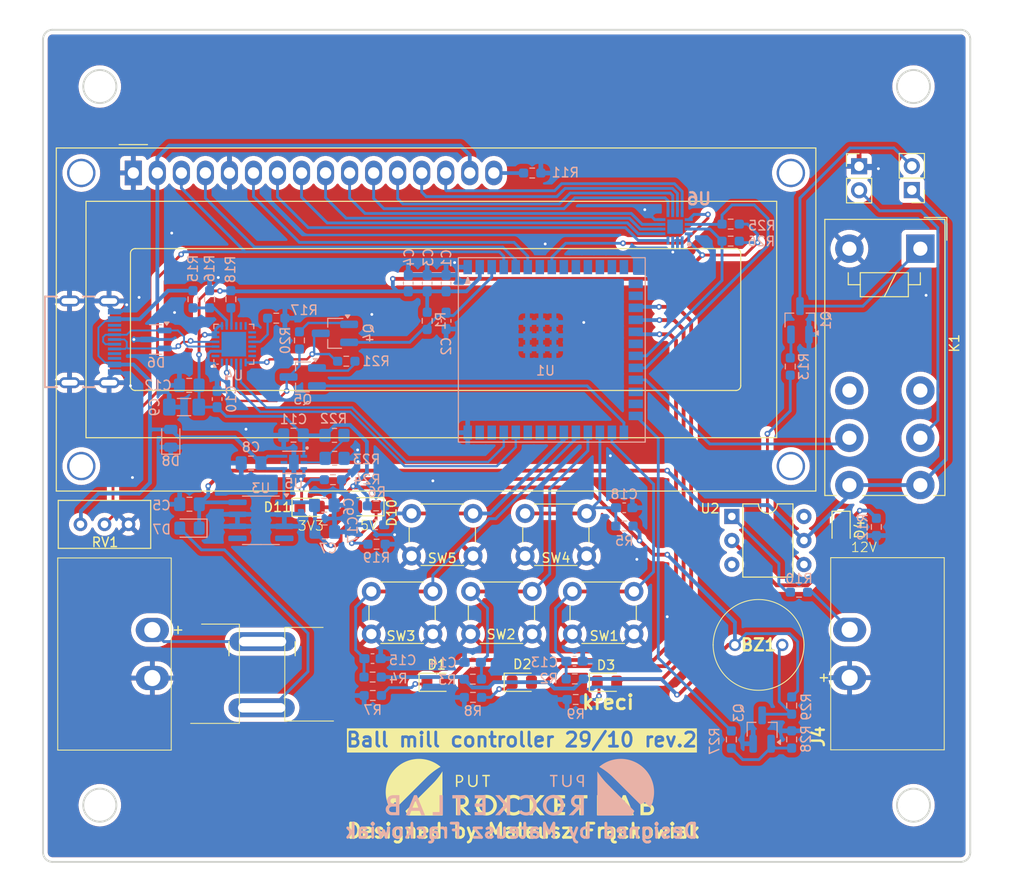
<source format=kicad_pcb>
(kicad_pcb (version 20240108) (generator "pcbnew") (generator_version "8.0")
  (layers (0 "F.Cu" signal) (31 "B.Cu" signal) (34 "B.Paste" user) (35 "F.Paste" user) (36 "B.SilkS" user "B.Silkscreen") (37 "F.SilkS" user "F.Silkscreen") (38 "B.Mask" user) (39 "F.Mask" user) (44 "Edge.Cuts" user))
  (net 0 "")
  (net 1 "GND")
  (net 2 "5V")
  (net 3 "DTR")
  (net 4 "Net-(D1-A)")
  (net 5 "Net-(D1-K)")
  (net 6 "Net-(D4-A)")
  (net 7 "Net-(D5-A)")
  (net 8 "Net-(BZ1-+)")
  (net 9 "Net-(D2-A)")
  (net 10 "12V")
  (net 11 "register")
  (net 12 "contrastAdjust")
  (net 13 "unlocking")
  (net 14 "out_4")
  (net 15 "out_5")
  (net 16 "out_3")
  (net 17 "out_7")
  (net 18 "Net-(DS1-LED(-))")
  (net 19 "out_1")
  (net 20 "out_6")
  (net 21 "out_2")
  (net 22 "Net-(D4-K)")
  (net 23 "Net-(D3-K)")
  (net 24 "Net-(D3-A)")
  (net 25 "Net-(J2-DP1)")
  (net 26 "Net-(J2-DN1)")
  (net 27 "Net-(D7-A)")
  (net 28 "Net-(J3-Pin_1)")
  (net 31 "Net-(Q4-B)")
  (net 32 "Net-(Q4-E)")
  (net 33 "RTS")
  (net 34 "buzzer")
  (net 35 "Net-(D2-K)")
  (net 36 "reset")
  (net 37 "+0.5")
  (net 38 "-0.5")
  (net 39 "enter")
  (net 40 "start{slash}stop")
  (net 41 "relay")
  (net 43 "out_0")
  (net 44 "Net-(U4-VBUS)")
  (net 45 "Net-(U4-~{SUSPENDb})")
  (net 46 "Net-(U4-~{RSTb})")
  (net 47 "UART_RX")
  (net 48 "Net-(J4-Pin_2)")
  (net 49 "UART_TX")
  (net 51 "Net-(Q1-B)")
  (net 52 "3.3V")
  (net 54 "Net-(Q3-G)")
  (net 69 "Net-(R13-Pad1)")
  (net 71 "SCL")
  (net 74 "SDA")
  (net 77 "Net-(Q5-B)")
  (net 78 "Net-(Q5-E)")
  (net 79 "Net-(R10-Pad2)")
  (net 80 "Net-(U5-FB)")
  (net 89 "Net-(LA1-+)")
  (net 90 "Net-(D10-K)")
  (net 91 "Net-(D11-K)")
  (net 94 "INT")
  (net 95 "unconnected-(U1-IO3-Pad15)")
  (footprint "Button_Switch_THT:SW_PUSH_6mm" (layer "F.Cu") (at 151.85 127.9 180)
    (property "Reference" "SW1")
    (property "Value" "SW_Push")
  )
  (footprint "LED_SMD:LED_0805_2012Metric_Pad1.15x1.40mm_HandSolder" (layer "F.Cu") (at 117.575 114.5)
    (property "Reference" "D11")
    (property "Value" "LED")
  )
  (footprint "MountingHole:MountingHole_3.2mm_M3" (layer "F.Cu") (at 95.4 70)
    (property "Reference" "H1" (hide yes))
    (property "Value" "MountingHole")
  )
  (footprint "LED_SMD:LED_0805_2012Metric_Pad1.15x1.40mm_HandSolder" (layer "F.Cu") (at 140 133)
    (property "Reference" "D2")
    (property "Value" "LED")
  )
  (footprint "PUT_RocketLab_other:CMI9605IC0580T" (layer "F.Cu") (at 162.525 129.05)
    (property "Reference" "BZ1")
    (property "Value" "Buzzer" (hide yes))
  )
  (footprint "MountingHole:MountingHole_3.2mm_M3" (layer "F.Cu") (at 181.4 70)
    (property "Reference" "H2")
    (property "Value" "MountingHole")
  )
  (footprint "MountingHole:MountingHole_3.2mm_M3" (layer "F.Cu") (at 95.4 146)
    (property "Reference" "H3" (hide yes))
    (property "Value" "MountingHole")
  )
  (footprint "Button_Switch_THT:SW_PUSH_6mm" (layer "F.Cu") (at 130.6 127.9 180)
    (property "Reference" "SW3")
    (property "Value" "SW_Push")
  )
  (footprint "PUT_RocketLab_other:XY2500R-DS(5.08)-02P" (layer "F.Cu") (at 100.95 130.015 -90)
    (property "Reference" "J3" (hide yes))
    (property "Value" "Conn_01x02" (hide yes))
  )
  (footprint "PUT_RocketLab_other:PinHeader_1x02_P2.54mm_Vertical_led_relayboard_lpbox" (layer "F.Cu") (at 181.225 80.95 180)
    (property "Reference" "D5" (hide yes))
    (property "Value" "D")
  )
  (footprint "Button_Switch_THT:SW_PUSH_6mm" (layer "F.Cu") (at 146.85 119.65 180)
    (property "Reference" "SW4")
    (property "Value" "SW_Push")
  )
  (footprint "LED_SMD:LED_0805_2012Metric_Pad1.15x1.40mm_HandSolder" (layer "F.Cu") (at 123.575 114.44 180)
    (property "Reference" "D10")
    (property "Value" "LED")
  )
  (footprint "Button_Switch_THT:SW_PUSH_6mm" (layer "F.Cu") (at 134.85 119.65 180)
    (property "Reference" "SW5")
    (property "Value" "SW_Push")
  )
  (footprint "Relay_THT:Relay_DPDT_Finder_40.52" (layer "F.Cu") (at 182.125 87.15 -90)
    (property "Reference" "K1")
    (property "Value" "RM84")
  )
  (footprint "LED_SMD:LED_0805_2012Metric_Pad1.15x1.40mm_HandSolder" (layer "F.Cu") (at 131 133)
    (property "Reference" "D1")
    (property "Value" "LED")
  )
  (footprint "PUT_RocketLab_other:PinHeader_1x02_P2.54mm_Vertical_led_relayboard_lpbox" (layer "F.Cu") (at 175.65 78.435)
    (property "Reference" "LA1" (hide yes))
    (property "Value" "Lamp")
  )
  (footprint "Display:WC1602A" (layer "F.Cu") (at 98.94 79.140368)
    (property "Reference" "DS1" (hide yes))
    (property "Value" "WC1602A")
  )
  (footprint "PUT_RocketLab_other:XY2500R-DS(5.08)-02P" (layer "F.Cu") (at 174.65 129.985 90)
    (property "Reference" "J4")
    (property "Value" "Conn_01x02" (hide yes))
  )
  (footprint "Button_Switch_THT:SW_PUSH_6mm" (layer "F.Cu") (at 141.1 127.9 180)
    (property "Reference" "SW2")
    (property "Value" "SW_Push")
  )
  (footprint "LED_SMD:LED_0805_2012Metric_Pad1.15x1.40mm_HandSolder" (layer "F.Cu") (at 173.75 116.775 -90)
    (property "Reference" "D4")
    (property "Value" "LED")
  )
  (footprint "LED_SMD:LED_0805_2012Metric_Pad1.15x1.40mm_HandSolder" (layer "F.Cu") (at 149 133)
    (property "Reference" "D3")
    (property "Value" "LED")
  )
  (footprint "Potentiometer_THT:Potentiometer_Bourns_3296W_Vertical" (layer "F.Cu") (at 98.43375 116.3)
    (property "Reference" "RV1")
    (property "Value" "R_Potentiometer")
  )
  (footprint "MountingHole:MountingHole_3.2mm_M3" (layer "F.Cu") (at 181.4 146)
    (property "Reference" "H4")
    (property "Value" "MountingHole")
  )
  (footprint "Package_DIP:DIP-6_W7.62mm" (layer "F.Cu") (at 162.2 115.47)
    (property "Reference" "U2")
    (property "Value" "4N35")
  )
  (footprint "PUT_RocketLab_graphics:PutRocketlab_logo_2_h6mm" (layer "F.Cu") (at 139.8 144.1)
    (property "Reference" "REF**" (hide yes))
    (property "Value" "LOGO" (hide yes))
  )
  (footprint "Button_Switch_THT:SW_PUSH_6mm" (layer "F.Cu") (at 108.6 129.4)
    (property "Reference" "SW6" (hide yes))
    (property "Value" "SW_Push" (hide yes))
  )
  (footprint "Capacitor_SMD:C_0603_1608Metric_Pad1.08x0.95mm_HandSolder" (layer "B.Cu") (at 132 90.8 -90)
    (property "Reference" "C1")
    (property "Value" "100nF")
  )
  (footprint "Package_TO_SOT_SMD:SOT-23_Handsoldering" (layer "B.Cu") (at 116.85 100.7125 180)
    (property "Reference" "Q5")
    (property "Value" "BC817")
  )
  (footprint "Capacitor_SMD:C_0805_2012Metric_Pad1.18x1.45mm_HandSolder" (layer "B.Cu") (at 104.875 114.175 180)
    (property "Reference" "C5")
    (property "Value" "1uF")
  )
  (footprint "Resistor_SMD:R_0603_1608Metric_Pad0.98x0.95mm_HandSolder" (layer "B.Cu") (at 114.05 94.5)
    (property "Reference" "R17")
    (property "Value" "10K(NC)")
  )
  (footprint "Capacitor_SMD:C_0805_2012Metric_Pad1.18x1.45mm_HandSolder" (layer "B.Cu") (at 111.3825 109.82 180)
    (property "Reference" "C8")
    (property "Value" "1uF")
  )
  (footprint "Resistor_SMD:R_0603_1608Metric_Pad0.98x0.95mm_HandSolder" (layer "B.Cu") (at 177.475 116.575 -90)
    (property "Reference" "R12")
    (property "Value" "2k")
  )
  (footprint "Capacitor_SMD:C_0603_1608Metric_Pad1.08x0.95mm_HandSolder" (layer "B.Cu") (at 134.8125 130.9)
    (property "Reference" "C14")
    (property "Value" "10nF")
  )
  (footprint "Capacitor_SMD:C_0805_2012Metric_Pad1.18x1.45mm_HandSolder" (layer "B.Cu") (at 119.125 114.275)
    (property "Reference" "C6")
    (property "Value" "1uF")
  )
  (footprint "PUT_RocketLab_other:GCT_USB4105-GF-A" (layer "B.Cu") (at 92.2 97 90)
    (property "Reference" "J2" (hide yes))
    (property "Value" "USB4105-GF-A")
  )
  (footprint "Resistor_SMD:R_0603_1608Metric_Pad0.98x0.95mm_HandSolder" (layer "B.Cu") (at 134.825 132.675)
    (property "Reference" "R3")
    (property "Value" "10k")
  )
  (footprint "Resistor_SMD:R_0603_1608Metric_Pad0.98x0.95mm_HandSolder" (layer "B.Cu") (at 162.15 139.0625 90)
    (property "Reference" "R27")
    (property "Value" "100R")
  )
  (footprint "Capacitor_SMD:C_0603_1608Metric_Pad1.08x0.95mm_HandSolder" (layer "B.Cu") (at 124.6 116.35)
    (property "Reference" "C17")
    (property "Value" "10nF")
  )
  (footprint "Resistor_SMD:R_0603_1608Metric_Pad0.98x0.95mm_HandSolder" (layer "B.Cu") (at 168.525 135.4625 -90)
    (property "Reference" "R29")
    (property "Value" "560R")
  )
  (footprint "Resistor_SMD:R_0603_1608Metric_Pad0.98x0.95mm_HandSolder" (layer "B.Cu") (at 116.5 96.85 90)
    (property "Reference" "R20")
    (property "Value" "10k")
  )
  (footprint "Resistor_SMD:R_0603_1608Metric_Pad0.98x0.95mm_HandSolder" (layer "B.Cu") (at 107 92.5 90)
    (property "Reference" "R16")
    (property "Value" "47.5K")
  )
  (footprint "Resistor_SMD:R_0603_1608Metric_Pad0.98x0.95mm_HandSolder" (layer "B.Cu") (at 109.25 92.5 90)
    (property "Reference" "R18")
    (property "Value" "1K")
  )
  (footprint "Capacitor_SMD:C_1206_3216Metric_Pad1.33x1.80mm_HandSolder" (layer "B.Cu") (at 104.3 103.9 180)
    (property "Reference" "C9")
    (property "Value" "10uF")
  )
  (footprint "PUT_RocketLab_graphics:PutRocketlab_logo_2_h6mm" (layer "B.Cu") (at 139.8 144.1 180)
    (property "Reference" "REF**" (hide yes))
    (property "Value" "LOGO" (hide yes))
  )
  (footprint "Resistor_SMD:R_0603_1608Metric_Pad0.98x0.95mm_HandSolder" (layer "B.Cu") (at 120.0425 111.58)
    (property "Reference" "R24")
    (property "Value" "1k")
  )
  (footprint "Package_TO_SOT_SMD:SOT-23_Handsoldering" (layer "B.Cu") (at 169.4 94.725 90)
    (property "Reference" "Q1")
    (property "Value" "BC817")
  )
  (footprint "Capacitor_SMD:C_0603_1608Metric_Pad1.08x0.95mm_HandSolder" (layer "B.Cu") (at 128 90.8 90)
    (property "Reference" "C4")
    (property "Value" "4.7uF")
  )
  (footprint "PUT_RocketLab_IC:ESP32-S3-WROOM-1" (layer "B.Cu") (at 142.54375 97.85 -90)
    (property "Reference" "U1")
    (property "Value" "ESP32-S3-WROOM-1")
  )
  (footprint "Resistor_SMD:R_0603_1608Metric_Pad0.98x0.95mm_HandSolder" (layer "B.Cu") (at 141.1 79.15)
    (property "Reference" "R11")
    (property "Value" "47R")
  )
  (footprint "Package_TO_SOT_SMD:SOT-23" (layer "B.Cu") (at 101.3125 96.75 180)
    (property "Reference" "D6")
    (property "Value" "SP0502BAHT")
  )
  (footprint "Capacitor_SMD:C_0805_2012Metric_Pad1.18x1.45mm_HandSolder" (layer "B.Cu") (at 115.87 106.87 180)
    (property "Reference" "C11")
    (property "Value" "1uF")
  )
  (footprint "Resistor_SMD:R_0603_1608Metric_Pad0.98x0.95mm_HandSolder" (layer "B.Cu") (at 124.6 114.35)
    (property "Reference" "R6")
    (property "Value" "10k")
  )
  (footprint "Resistor_SMD:R_0603_1608Metric_Pad0.98x0.95mm_HandSolder" (layer "B.Cu") (at 121.45 99.05)
    (property "Reference" "R21")
    (property "Value" "10k")
  )
  (footprint "Resistor_SMD:R_0603_1608Metric_Pad0.98x0.95mm_HandSolder" (layer "B.Cu") (at 124.2375 132.45 180)
    (property "Reference" "R4")
    (property "Value" "10k")
  )
  (footprint "PUT_RocketLab_IC:QFN50P300X300X100-17N-D" (layer "B.Cu") (at 156.2 84.825 90)
    (property "Reference" "U6")
    (property "Value" "PCF8574" (hide yes))
  )
  (footprint "Capacitor_SMD:C_0603_1608Metric_Pad1.08x0.95mm_HandSolder" (layer "B.Cu") (at 145.575 130.775 180)
    (property "Reference" "C13")
    (property "Value" "10nF")
  )
  (footprint "Package_TO_SOT_SMD:SOT-23_Handsoldering" (layer "B.Cu") (at 120.25 96.1 180)
    (property "Reference" "Q4")
    (property "Value" "BC817")
  )
  (footprint "Resistor_SMD:R_0603_1608Metric_Pad0.98x0.95mm_HandSolder" (layer "B.Cu") (at 169.3 123.475 180)
    (property "Reference" "R10")
    (property "Value" "240R")
  )
  (footprint "Resistor_SMD:R_0603_1608Metric_Pad0.98x0.95mm_HandSolder" (layer "B.Cu") (at 145.6 132.65 180)
    (property "Reference" "R2")
    (property "Value" "10k")
  )
  (footprint "Capacitor_SMD:C_0603_1608Metric_Pad1.08x0.95mm_HandSolder" (layer "B.Cu") (at 150.825 114.55 180)
    (property "Reference" "C18")
    (property "Value" "10nF")
  )
  (footprint "Resistor_SMD:R_0603_1608Metric_Pad0.98x0.95mm_HandSolder" (layer "B.Cu") (at 134.8375 134.6 180)
    (property "Reference" "R8")
    (property "Value" "2k")
  )
  (footprint "Resistor_SMD:R_0805_2012Metric_Pad1.20x1.40mm_HandSolder" (layer "B.Cu") (at 120.2 106.89)
    (property "Reference" "R22")
    (property "Value" "100k")
  )
  (footprint "Capacitor_SMD:C_0603_1608Metric_Pad1.08x0.95mm_HandSolder" (layer "B.Cu") (at 132 94.7825 90)
    (property "Reference" "C2")
    (property "Value" "100nF")
  )
  (footprint "Resistor_SMD:R_0603_1608Metric_Pad0.98x0.95mm_HandSolder" (layer "B.Cu") (at 168.375 99.6125 90)
    (property "Reference" "R13")
    (property "Value" "1k")
  )
  (footprint "Resistor_SMD:R_0603_1608Metric_Pad0.98x0.95mm_HandSolder" (layer "B.Cu") (at 105.25 92.5 -90)
    (property "Reference" "R15")
    (property "Value" "22.1K")
  )
  (footprint "Resistor_SMD:R_0603_1608Metric_Pad0.98x0.95mm_HandSolder" (layer "B.Cu") (at 168.525 139.05 90)
    (property "Reference" "R28")
    (property "Value" "33K")
  )
  (footprint "Resistor_SMD:R_0603_1608Metric_Pad0.98x0.95mm_HandSolder" (layer "B.Cu") (at 162.075 84.55)
    (property "Reference" "R25")
    (property "Value" "10K")
  )
  (footprint "Capacitor_SMD:C_0805_2012Metric_Pad1.18x1.45mm_HandSolder" (layer "B.Cu") (at 119.175 117.1)
    (property "Reference" "C7")
    (property "Value" "100uF")
  )
  (footprint "Capacitor_SMD:C_0603_1608Metric_Pad1.08x0.95mm_HandSolder" (layer "B.Cu") (at 130 90.8 90)
    (property "Reference" "C3")
    (property "Value" "10uF")
  )
  (footprint "Resistor_SMD:R_0603_1608Metric_Pad0.98x0.95mm_HandSolder" (layer "B.Cu") (at 150.85 116.475 180)
    (property "Reference" "R5")
    (property "Value" "10k")
  )
  (footprint "Package_DFN_QFN:QFN-24-1EP_4x4mm_P0.5mm_EP2.6x2.6mm" (layer "B.Cu") (at 109.5625 97.25)
    (property "Reference" "U4")
    (property "Value" "CP2102N-A01-GQFN24")
  )
  (footprint "Resistor_SMD:R_0603_1608Metric_Pad0.98x0.95mm_HandSolder" (layer "B.Cu") (at 145.7 134.825 180)
    (property "Reference" "R9")
    (property "Value" "2k")
  )
  (footprint "PUT_RocketLab_IC:TLV75901PDRVT" (layer "B.Cu") (at 115.91 109.749999 180)
    (property "Reference" "U5")
    (property "Value" "TLV75901PDRVT" (hide yes))
  )
  (footprint "Capacitor_SMD:C_0805_2012Metric_Pad1.18x1.45mm_HandSolder" (layer "B.Cu") (at 104.85 101.6 180)
    (property "Reference" "C12")
    (property "Value" "10uF")
  )
  (footprint "Diode_SMD:D_0805_2012Metric" (layer "B.Cu") (at 102.9 107.199999 90)
    (property "Reference" "D8")
    (property "Value" "SD15_SOD323")
  )
  (footprint "Resistor_SMD:R_0603_1608Metric_Pad0.98x0.95mm_HandSolder" (layer "B.Cu") (at 162.075 86.35)
    (property "Reference" "R26")
    (property "Value" "10K")
  )
  (footprint "Resistor_SMD:R_0603_1608Metric_Pad0.98x0.95mm_HandSolder" (layer "B.Cu") (at 124.65 118.4)
    (property "Reference" "R19")
    (property "Value" "2k")
  )
  (footprint "Resistor_SMD:R_0603_1608Metric_Pad0.98x0.95mm_HandSolder" (layer "B.Cu") (at 130 94.7825 90)
    (property "Reference" "R1")
    (property "Value" "10K")
  )
  (footprint "Capacitor_SMD:C_0603_1608Metric_Pad1.08x0.95mm_HandSolder" (layer "B.Cu") (at 107.8 103.05 -90)
    (property "Reference" "C10")
    (property "Value" "1uF")
  )
  (footprint "Diode_SMD:D_0805_2012Metric_Pad1.15x1.40mm_HandSolder" (layer "B.Cu") (at 104.875 116.7 180)
    (property "Reference" "D7")
    (property "Value" "D")
  )
  (footprint "Package_SO:SOIC-8_3.9x4.9mm_P1.27mm" (layer "B.Cu") (at 112.425 115.875 180)
    (property "Reference" "U3")
    (property "Value" "LM78L05_SO8")
  )
  (footprint "Capacitor_SMD:C_0603_1608Metric_Pad1.08x0.95mm_HandSolder" (layer "B.Cu") (at 124.225 130.5 180)
    (property "Reference" "C15")
    (property "Value" "10nF")
  )
  (footprint "Resistor_SMD:R_0805_2012Metric_Pad1.20x1.40mm_HandSolder" (layer "B.Cu") (at 120.22 109.32)
    (property "Reference" "R23")
    (property "Value" "20k")
  )
  (footprint "Resistor_SMD:R_0603_1608Metric_Pad0.98x0.95mm_HandSolder" (layer "B.Cu") (at 124.25 134.4 180)
    (property "Reference" "R7")
    (property "Value" "2k")
  )
  (footprint "Package_TO_SOT_SMD:SOT-23_Handsoldering" (layer "B.Cu") (at 165.4 138 90)
    (property "Reference" "Q3")
    (property "Value" "Q_NMOS_GSD")
  )
  (gr_line (start 89.4 64.999999) (end 89.4 151.000001) (stroke (width 0.2)) (layer "Edge.Cuts"))
  (gr_arc (start 187.4 151) (mid 187.107107 151.707107) (end 186.4 152) (stroke (width 0.2)) (layer "Edge.Cuts"))
  (gr_line (start 186.4 64) (end 90.399998 64) (stroke (width 0.2)) (layer "Edge.Cuts"))
  (gr_arc (start 90.399999 152) (mid 89.692893 151.707107) (end 89.4 151.000001) (stroke (width 0.2)) (layer "Edge.Cuts"))
  (gr_arc (start 186.4 64) (mid 187.107107 64.292893) (end 187.4 65) (stroke (width 0.2)) (layer "Edge.Cuts"))
  (gr_arc (start 89.4 64.999999) (mid 89.692893 64.292894) (end 90.399998 64) (stroke (width 0.2)) (layer "Edge.Cuts"))
  (gr_circle (center 95.4 70) (end 97.15 70) (stroke (width 0.2)) (fill none) (layer "Edge.Cuts"))
  (gr_line (start 187.4 65) (end 187.4 151) (stroke (width 0.2)) (layer "Edge.Cuts"))
  (gr_line (start 186.4 152) (end 90.399999 152) (stroke (width 0.2)) (layer "Edge.Cuts"))
  (gr_circle (center 181.4 70) (end 183.15 70) (stroke (width 0.2)) (fill none) (layer "Edge.Cuts"))
  (gr_circle (center 95.4 146) (end 97.15 146) (stroke (width 0.2)) (fill none) (layer "Edge.Cuts"))
  (gr_circle (center 181.4 146) (end 183.15 146) (stroke (width 0.2)) (fill none) (layer "Edge.Cuts"))
  (gr_text "Designed by Mateusz Frąckowiak" (at 158.8 149.6 -0) (layer "B.SilkS") (effects (font (size 1.5 1.5) (thickness 0.3) (bold yes)) (justify left bottom mirror)))
  (gr_text "Ball mill controller 29/10 rev.2" (at 121.28 139.96 0) (layer "F.SilkS" knockout) (effects (font (size 1.5 1.5) (thickness 0.3) (bold yes)) (justify left bottom)))
  (gr_text "3V3" (at 116.26 117.04 0) (layer "F.SilkS") (effects (font (size 1 1) (thickness 0.1)) (justify left bottom)))
  (gr_text "Designed by Mateusz Frąckowiak" (at 121.35 149.6 0) (layer "F.SilkS") (effects (font (size 1.5 1.5) (thickness 0.3) (bold yes)) (justify left bottom)))
  (gr_text "5V\n" (at 122.84 117 0) (layer "F.SilkS") (effects (font (size 1 1) (thickness 0.1)) (justify left bottom)))
  (gr_text "12V" (at 174.71 119.31 0) (layer "F.SilkS") (effects (font (size 1 1) (thickness 0.1)) (justify left bottom)))
  (gr_text "kreci" (at 146.2 136 0) (layer "F.SilkS") (effects (font (size 1.5 1.5) (thickness 0.3) (bold yes)) (justify left bottom)))
  (via (at 107.25 99.6) (size 0.6) (drill 0.3) (layers "F.Cu" "B.Cu") (net 1))
  (via (at 99 96.75) (size 0.6) (drill 0.3) (layers "F.Cu" "B.Cu") (net 1))
  (via (at 98.24 93.08) (size 0.6) (drill 0.3) (layers "F.Cu" "B.Cu") (net 1))
  (via (at 110.85 106.24) (size 0.6) (drill 0.3) (layers "F.Cu" "B.Cu") (net 1))
  (via (at 103.3 93.9) (size 0.6) (drill 0.3) (layers "F.Cu" "B.Cu") (net 1))
  (via (at 98.64028 101.64932) (size 0.6) (drill 0.3) (layers "F.Cu" "B.Cu") (net 1))
  (via (at 103 85.5) (size 0.6) (drill 0.3) (layers "F.Cu" "B.Cu") (net 1))
  (via (at 130.6 111.7) (size 0.6) (drill 0.3) (layers "F.Cu" "B.Cu") (net 1))
  (via (at 126.56 117.4) (size 0.6) (drill 0.3) (layers "F.Cu" "B.Cu") (net 1))
  (via (at 107.92 90.2) (size 0.6) (drill 0.3) (layers "F.Cu" "B.Cu") (net 1))
  (via (at 99.55 92.3) (size 0.6) (drill 0.3) (layers "F.Cu" "B.Cu") (net 1))
  (via (at 132.9 88.62) (size 0.6) (drill 0.3) (layers "F.Cu" "B.Cu") (net 1))
  (via (at 98.85 111.35) (size 0.6) (drill 0.3) (layers "F.Cu" "B.Cu") (net 1))
  (via (at 182.73 92.08) (size 0.6) (drill 0.3) (layers "F.Cu" "B.Cu") (net 1))
  (via (at 116.65 111.51) (size 0.6) (drill 0.3) (layers "F.Cu" "B.Cu") (net 1))
  (via (at 122.65 108.43) (size 0.6) (drill 0.3) (layers "F.Cu" "B.Cu") (net 1))
  (via (at 149.36 109.05) (size 0.6) (drill 0.3) (layers "F.Cu" "B.Cu") (net 1))
  (via (at 124.15 94.1) (size 0.6) (drill 0.3) (layers "F.Cu" "B.Cu") (net 1))
  (via (at 146.55 94.95) (size 0.6) (drill 0.3) (layers "F.Cu" "B.Cu") (net 1))
  (via (at 142.475 86.65) (size 0.6) (drill 0.3) (layers "F.Cu" "B.Cu") (net 1))
  (via (at 155.96 87.51) (size 0.6) (drill 0.3) (layers "F.Cu" "B.Cu") (net 1))
  (via (at 122.69 109.67) (size 0.6) (drill 0.3) (layers "F.Cu" "B.Cu") (net 1))
  (via (at 153 83.025) (size 0.6) (drill 0.3) (layers "F.Cu" "B.Cu") (net 1))
  (via (at 155.37 126.07) (size 0.6) (drill 0.3) (layers "F.Cu" "B.Cu") (net 1))
  (via (at 177.69 78.69) (size 0.6) (drill 0.3) (layers "F.Cu" "B.Cu") (net 1))
  (via (at 152.16 120) (size 0.6) (drill 0.3) (layers "F.Cu" "B.Cu") (net 1))
  (segment (start 154.05 84.075) (end 153 83.025) (width 0.3) (layer "B.Cu") (net 1))
  (segment (start 154.75 84.075) (end 154.05 84.075) (width 0.3) (layer "B.Cu") (net 1))
  (segment (start 98.64028 101.64932) (end 98.64028 101.16028) (width 0.3) (layer "B.Cu") (net 1))
  (segment (start 116.96 110.399998) (end 116.96 111.2) (width 0.3) (layer "B.Cu") (net 1))
  (segment (start 109.5625 97.25) (end 108.8125 98) (width 0.3) (layer "B.Cu") (net 1))
  (segment (start 106.8625 98.264904) (end 106.8625 99.2125) (width 0.3) (layer "B.Cu") (net 1))
  (segment (start 96.38 92.68) (end 96.38 93.225) (width 0.4) (layer "B.Cu") (net 1))
  (segment (start 96.38 101.32) (end 96.38 100.775) (width 0.4) (layer "B.Cu") (net 1))
  (segment (start 98.24 93.08) (end 98.24 93.28) (width 0.3) (layer "B.Cu") (net 1))
  (segment (start 124.7875 117.4) (end 123.7375 116.35) (width 0.3) (layer "B.Cu") (net 1))
  (segment (start 155.95 86.275) (end 155.95 87.5) (width 0.3) (layer "B.Cu") (net 1))
  (segment (start 121.12 111.58) (end 120.955 111.58) (width 0.4) (layer "B.Cu") (net 1))
  (segment (start 155.95 87.5) (end 155.96 87.51) (width 0.3) (layer "B.Cu") (net 1))
  (segment (start 116.96 111.2) (end 116.65 111.51) (width 0.3) (layer "B.Cu") (net 1))
  (segment (start 121.22 109.32) (end 121.76 109.32) (width 0.3) (layer "B.Cu") (net 1))
  (segment (start 121.76 109.32) (end 122.65 108.43) (width 0.3) (layer "B.Cu") (net 1))
  (segment (start 107.625 98) (end 107.127404 98) (width 0.3) (layer "B.Cu") (net 1))
  (segment (start 175.905 78.69) (end 175.65 78.435) (width 0.3) (layer "B.Cu") (net 1))
  (segment (start 96.38 93.225) (end 96.955 93.8) (width 0.4) (layer "B.Cu") (net 1))
  (segment (start 177.69 78.69) (end 175.905 78.69) (width 0.3) (layer "B.Cu") (net 1))
  (segment (start 108.8125 98) (end 107.625 98) (width 0.3) (layer "B.Cu") (net 1))
  (segment (start 96.38 100.775) (end 96.955 100.2) (width 0.4) (layer "B.Cu") (net 1))
  (segment (start 126.56 117.4) (end 124.7875 117.4) (width 0.3) (layer "B.Cu") (net 1))
  (segment (start 134.28375 89.1) (end 133.38 89.1) (width 0.3) (layer "B.Cu") (net 1))
  (segment (start 107.127404 98) (end 106.8625 98.264904) (width 0.3) (layer "B.Cu") (net 1))
  (segment (start 122.69 109.67) (end 122.69 110.01) (width 0.4) (layer "B.Cu") (net 1))
  (segment (start 97.68 100.2) (end 96.955 100.2) (width 0.3) (layer "B.Cu") (net 1))
  (segment (start 122.69 110.01) (end 121.12 111.58) (width 0.4) (layer "B.Cu") (net 1))
  (segment (start 98.64028 101.16028) (end 97.68 100.2) (width 0.3) (layer "B.Cu") (net 1))
  (segment (start 106.8625 99.2125) (end 107.25 99.6) (width 0.3) (layer "B.Cu") (net 1))
  (segment (start 107.92 90.2) (end 107.92 90.6675) (width 0.3) (layer "B.Cu") (net 1))
  (segment (start 107.92 90.6675) (end 107 91.5875) (width 0.3) (layer "B.Cu") (net 1))
  (segment (start 97.72 93.8) (end 96.955 93.8) (width 0.3) (layer "B.Cu") (net 1))
  (segment (start 98.24 93.28) (end 97.72 93.8) (width 0.3) (layer "B.Cu") (net 1))
  (segment (start 133.38 89.1) (end 132.9 88.62) (width 0.3) (layer "B.Cu") (net 1))
  (segment (start 120.85 118.05) (end 120.85 117.04) (width 0.4) (layer "F.Cu") (net 2))
  (segment (start 120.38 118.52) (end 120.85 118.05) (width 0.4) (layer "F.Cu") (net 2))
  (segment (start 120.85 117.04) (end 122.55 115.34) (width 0.4) (layer "F.Cu") (net 2))
  (segment (start 122.55 115.34) (end 122.55 114.44) (width 0.4) (layer "F.Cu") (net 2))
  (segment (start 119.82 118.52) (end 120.38 118.52) (width 0.4) (layer "F.Cu") (net 2))
  (via (at 119.82 118.52) (size 0.6) (drill 0.3) (layers "F.Cu" "B.Cu") (net 2))
  (segment (start 96.955 94.6) (end 96.755 94.8) (width 0.2) (layer "B.Cu") (net 2))
  (segment (start 93.4 114.9) (end 95.25 113.05) (width 0.4) (layer "B.Cu") (net 2))
  (segment (start 96.955 94.6) (end 99.605 94.6) (width 0.4) (layer "B.Cu") (net 2))
  (segment (start 134.5 79.15) (end 134.5 78.20625) (width 0.4) (layer "B.Cu") (net 2))
  (segment (start 119.5575 118.52) (end 118.1375 117.1) (width 0.4) (layer "B.Cu") (net 2))
  (segment (start 99.55 113.05) (end 100.7 111.9) (width 0.4) (layer "B.Cu") (net 2))
  (segment (start 101.48 77.52) (end 102.75 76.25) (width 0.4) (layer "B.Cu") (net 2))
  (segment (start 95.955 94.8) (end 95.25 95.505) (width 0.2) (layer "B.Cu") (net 2))
  (segment (start 112.999998 110.399998) (end 112.42 109.82) (width 0.3) (layer "B.Cu") (net 2))
  (segment (start 102.75 76.25) (end 133.5 76.25) (width 0.4) (layer "B.Cu") (net 2))
  (segment (start 118.1375 114.325) (end 118.0875 114.275) (width 0.4) (layer "B.Cu") (net 2))
  (segment (start 96.755 99.2) (end 96.955 99.4) (width 0.2) (layer "B.Cu") (net 2))
  (segment (start 114.9 113.97) (end 117.7825 113.97) (width 0.4) (layer "B.Cu") (net 2))
  (segment (start 103.727501 107.09) (end 109.69 107.09) (width 0.4) (layer "B.Cu") (net 2))
  (segment (start 95.25 113.05) (end 99.55 113.05) (width 0.4) (layer "B.Cu") (net 2))
  (segment (start 113.14 109.1) (end 112.42 109.82) (width 0.3) (layer "B.Cu") (net 2))
  (segment (start 102.9 106.262499) (end 100.907501 106.262499) (width 0.4) (layer "B.Cu") (net 2))
  (segment (start 93.4 116.25375) (end 93.4 114.9) (width 0.4) (layer "B.Cu") (net 2))
  (segment (start 114.86 113.93) (end 114.9 113.97) (width 0.3) (layer "B.Cu") (net 2))
  (segment (start 101.48 79.15) (end 101.48 77.52) (width 0.4) (layer "B.Cu") (net 2))
  (segment (start 102.9 106.262499) (end 103.727501 107.09) (width 0.4) (layer "B.Cu") (net 2))
  (segment (start 114.86 110.399998) (end 112.999998 110.399998) (width 0.3) (layer "B.Cu") (net 2))
  (segment (start 101.48 92.725) (end 101.48 79.15) (width 0.4) (layer "B.Cu") (net 2))
  (segment (start 93.35375 116.3) (end 93.4 116.25375) (width 0.3) (layer "B.Cu") (net 2))
  (segment (start 100.7 106.47) (end 100.7 101.15) (width 0.4) (layer "B.Cu") (net 2))
  (segment (start 117.7825 113.97) (end 118.0875 114.275) (width 0.3) (layer "B.Cu") (net 2))
  (segment (start 100.7 101.15) (end 98.95 99.4) (width 0.4) (layer "B.Cu") (net 2))
  (segment (start 102.6175 91.5875) (end 105.25 91.5875) (width 0.4) (layer "B.Cu") (net 2))
  (segment (start 95.955 99.2) (end 96.755 99.2) (width 0.2) (layer "B.Cu") (net 2))
  (segment (start 118.1375 117.1) (end 118.1375 114.325) (width 0.4) (layer "B.Cu") (net 2))
  (segment (start 96.486016 99.4) (end 96.386016 99.3) (width 0.4) (layer "B.Cu") (net 2))
  (segment (start 100.907501 106.262499) (end 100.7 106.47) (width 0.4) (layer "B.Cu") (net 2))
  (segment (start 102.95 106.212499) (end 102.9 106.262499) (width 0.3) (layer "B.Cu") (net 2))
  (segment (start 101.48 92.725) (end 102.6175 91.5875) (width 0.4) (layer "B.Cu") (net 2))
  (segment (start 114.86 110.399998) (end 114.86 113.93) (width 0.3) (layer "B.Cu") (net 2))
  (segment (start 134.5 77.25) (end 134.5 79.15) (width 0.4) (layer "B.Cu") (net 2))
  (segment (start 109.69 107.09) (end 112.42 109.82) (width 0.4) (layer "B.Cu") (net 2))
  (segment (start 119.82 118.52) (end 119.5575 118.52) (width 0.4) (layer "B.Cu") (net 2))
  (segment (start 100.7 111.9) (end 100.7 106.47) (width 0.4) (layer "B.Cu") (net 2))
  (segment (start 95.25 95.505) (end 95.25 98.495) (width 0.2) (layer "B.Cu") (net 2))
  (segment (start 96.755 94.8) (end 95.955 94.8) (width 0.2) (layer "B.Cu") (net 2))
  (segment (start 99.605 94.6) (end 101.48 92.725) (width 0.4) (layer "B.Cu") (net 2))
  (segment (start 133.5 76.25) (end 134.5 77.25) (width 0.4) (layer "B.Cu") (net 2))
  (segment (start 98.95 99.4) (end 96.955 99.4) (width 0.4) (layer "B.Cu") (net 2))
  (segment (start 114.86 109.1) (end 113.14 109.1) (width 0.3) (layer "B.Cu") (net 2))
  (segment (start 95.25 98.495) (end 95.955 99.2) (width 0.2) (layer "B.Cu") (net 2))
  (segment (start 96.955 99.4) (end 96.486016 99.4) (width 0.4) (layer "B.Cu") (net 2))
  (segment (start 136.82375 90.15) (end 132.75875 94.215) (width 0.3) (layer "B.Cu") (net 3))
  (segment (start 129.82 95.38) (end 128.15 97.05) (width 0.3) (layer "B.Cu") (net 3))
  (segment (start 130 95.38) (end 129.82 95.38) (width 0.3) (layer "B.Cu") (net 3))
  (segment (start 136.82375 89.1) (end 136.82375 90.15) (width 0.3) (layer "B.Cu") (net 3))
  (segment (start 132.75875 94.215) (end 132 94.215) (width 0.3) (layer "B.Cu") (net 3))
  (segment (start 131.165 94.215) (end 130 95.38) (width 0.3) (layer "B.Cu") (net 3))
  (segment (start 132 94.215) (end 131.165 94.215) (width 0.3) (layer "B.Cu") (net 3))
  (segment (start 128.15 97.05) (end 121.75 97.05) (width 0.3) (layer "B.Cu") (net 3))
  (segment (start 156.3 128.3) (end 153.95 130.65) (width 0.4) (layer "F.Cu") (net 4))
  (segment (start 132.5625 132.3875) (end 132.5625 133.35) (width 0.4) (layer "F.Cu") (net 4))
  (segment (start 155.65 96.2) (end 156.3 96.85) (width 0.4) (layer "F.Cu") (net 4))
  (segment (start 156.3 96.85) (end 156.3 128.3) (width 0.4) (layer "F.Cu") (net 4))
  (segment (start 153.95 130.65) (end 134.3 130.65) (width 0.4) (layer "F.Cu") (net 4))
  (segment (start 134.3 130.65) (end 132.5625 132.3875) (width 0.4) (layer "F.Cu") (net 4))
  (segment (start 154.55 96.2) (end 155.65 96.2) (width 0.4) (layer "F.Cu") (net 4))
  (via (at 154.55 96.2) (size 0.6) (drill 0.3) (layers "F.Cu" "B.Cu") (net 4))
  (segment (start 154.55 96.2) (end 152.29875 96.2) (width 0.4) (layer "B.Cu") (net 4))
  (segment (start 152.29875 96.2) (end 152.04375 95.945) (width 0.4) (layer "B.Cu") (net 4))
  (segment (start 129.795 133.18) (end 129.975 133) (width 0.3) (layer "F.Cu") (net 5))
  (segment (start 128.74 133.18) (end 129.795 133.18) (width 0.3) (layer "F.Cu") (net 5))
  (via (at 128.74 133.18) (size 0.6) (drill 0.3) (layers "F.Cu" "B.Cu") (net 5))
  (segment (start 128.345 133.575) (end 128.74 133.18) (width 0.3) (layer "B.Cu") (net 5))
  (segment (start 125.9875 133.575) (end 128.345 133.575) (width 0.3) (layer "B.Cu") (net 5))
  (segment (start 125.1625 134.4) (end 125.9875 133.575) (width 0.3) (layer "B.Cu") (net 5))
  (segment (start 173.75 119.2) (end 170.2 122.75) (width 0.4) (layer "F.Cu") (net 6))
  (segment (start 173.75 117.8) (end 173.75 119.2) (width 0.4) (layer "F.Cu") (net 6))
  (segment (start 170.2 122.75) (end 166.94 122.75) (width 0.4) (layer "F.Cu") (net 6))
  (segment (start 166.94 122.75) (end 162.2 118.01) (width 0.4) (layer "F.Cu") (net 6))
  (segment (start 169.4 81.79) (end 169.4 93.225) (width 0.3) (layer "B.Cu") (net 7))
  (segment (start 176.05 93.225) (end 182.125 87.15) (width 0.3) (layer "B.Cu") (net 7))
  (segment (start 169.4 93.225) (end 176.05 93.225) (width 0.3) (layer "B.Cu") (net 7))
  (segment (start 179.315 76.5) (end 174.69 76.5) (width 0.3) (layer "B.Cu") (net 7))
  (segment (start 181.225 78.41) (end 179.315 76.5) (width 0.3) (layer "B.Cu") (net 7))
  (segment (start 174.69 76.5) (end 169.4 81.79) (width 0.3) (layer "B.Cu") (net 7))
  (segment (start 168.525 136.375) (end 165.525 136.375) (width 0.3) (layer "B.Cu") (net 8))
  (segment (start 167.525 129.05) (end 167.21 129.365) (width 0.3) (layer "B.Cu") (net 8))
  (segment (start 165.525 136.375) (end 165.4 136.5) (width 0.3) (layer "B.Cu") (net 8))
  (segment (start 167.21 129.365) (end 167.21 135.06) (width 0.3) (layer "B.Cu") (net 8))
  (segment (start 167.21 135.06) (end 168.525 136.375) (width 0.3) (layer "B.Cu") (net 8))
  (segment (start 154.55 94.7) (end 156.09375 94.7) (width 0.4) (layer "F.Cu") (net 9))
  (segment (start 142.5 133) (end 141.025 133) (width 0.4) (layer "F.Cu") (net 9))
  (segment (start 155.2 131.3) (end 144.2 131.3) (width 0.4) (layer "F.Cu") (net 9))
  (segment (start 157.1 129.4) (end 155.2 131.3) (width 0.4) (layer "F.Cu") (net 9))
  (segment (start 156.09375 94.7) (end 157.1 95.70625) (width 0.4) (layer "F.Cu") (net 9))
  (segment (start 157.1 95.70625) (end 157.1 129.4) (width 0.4) (layer "F.Cu") (net 9))
  (segment (start 144.2 131.3) (end 142.5 133) (width 0.4) (layer "F.Cu") (net 9))
  (via (at 154.55 94.7) (size 0.6) (drill 0.3) (layers "F.Cu" "B.Cu") (net 9))
  (segment (start 152.06875 94.7) (end 152.04375 94.675) (width 0.4) (layer "B.Cu") (net 9))
  (segment (start 154.55 94.7) (end 152.06875 94.7) (width 0.4) (layer "B.Cu") (net 9))
  (segment (start 155.37 110.62) (end 108.49 110.62) (width 0.4) (layer "F.Cu") (net 10))
  (segment (start 108.49 110.62) (end 106.86 112.25) (width 0.4) (layer "F.Cu") (net 10))
  (via (at 106.86 112.25) (size 0.6) (drill 0.3) (layers "F.Cu" "B.Cu") (net 10))
  (via (at 155.37 110.62) (size 0.6) (drill 0.3) (layers "F.Cu" "B.Cu") (net 10))
  (segment (start 106.86 112.25) (end 106.86 113.2275) (width 0.4) (layer "B.Cu") (net 10))
  (segment (start 106.1175 113.97) (end 105.9125 114.175) (width 0.4) (layer "B.Cu") (net 10))
  (segment (start 174.625 112.15) (end 182.125 112.15) (width 0.4) (layer "B.Cu") (net 10))
  (segment (start 169.82 118.01) (end 174.625 113.205) (width 0.4) (layer "B.Cu") (net 10))
  (segment (start 174.625 113.205) (end 174.625 112.15) (width 0.4) (layer "B.Cu") (net 10))
  (segment (start 184.84 109.435) (end 182.125 112.15) (width 0.4) (layer "B.Cu") (net 10))
  (segment (start 105.9 116.7) (end 105.9 114.1875) (width 0.4) (layer "B.Cu") (net 10))
  (segment (start 106.86 113.2275) (end 105.9125 114.175) (width 0.4) (layer "B.Cu") (net 10))
  (segment (start 109.95 113.97) (end 106.1175 113.97) (width 0.4) (layer "B.Cu") (net 10))
  (segment (start 169.82 118.01) (end 166.08 114.27) (width 0.4) (layer "B.Cu") (net 10))
  (segment (start 159.02 114.27) (end 155.37 110.62) (width 0.4) (layer "B.Cu") (net 10))
  (segment (start 184.84 84.565) (end 184.84 109.435) (width 0.4) (layer "B.Cu") (net 10))
  (segment (start 181.225 80.95) (end 184.84 84.565) (width 0.4) (layer "B.Cu") (net 10))
  (segment (start 166.08 114.27) (end 159.02 114.27) (width 0.4) (layer "B.Cu") (net 10))
  (segment (start 105.9 114.1875) (end 105.9125 114.175) (width 0.4) (layer "B.Cu") (net 10))
  (segment (start 137.983014 86.979632) (end 111.739264 86.979632) (width 0.3) (layer "B.Cu") (net 11))
  (segment (start 106.56 81.800368) (end 106.56 79.140368) (width 0.3) (layer "B.Cu") (net 11))
  (segment (start 111.739264 86.979632) (end 106.56 81.800368) (width 0.3) (layer "B.Cu") (net 11))
  (segment (start 137.983014 86.979632) (end 139.36375 88.360368) (width 0.3) (layer "B.Cu") (net 11))
  (segment (start 139.36375 88.360368) (end 139.36375 89.1) (width 0.3) (layer "B.Cu") (net 11))
  (segment (start 95.89375 116.3) (end 96.79375 115.4) (width 0.3) (layer "F.Cu") (net 12))
  (segment (start 101.5 90.25) (end 104 87.75) (width 0.3) (layer "F.Cu") (net 12))
  (segment (start 101.5 102.25) (end 101.5 90.25) (width 0.3) (layer "F.Cu") (net 12))
  (segment (start 96.79375 115.4) (end 96.79375 106.95625) (width 0.3) (layer "F.Cu") (net 12))
  (segment (start 96.79375 106.95625) (end 101.5 102.25) (width 0.3) (layer "F.Cu") (net 12))
  (via (at 104 87.75) (size 0.6) (drill 0.3) (layers "F.Cu" "B.Cu") (net 12))
  (segment (start 138.09375 87.948382) (end 137.625 87.479632) (width 0.3) (layer "B.Cu") (net 12))
  (segment (start 104 87.75) (end 104.270368 87.479632) (width 0.3) (layer "B.Cu") (net 12))
  (segment (start 104.02 80.740368) (end 104.02 79.140368) (width 0.3) (layer "B.Cu") (net 12))
  (segment (start 138.09375 89.1) (end 138.09375 87.948382) (width 0.3) (layer "B.Cu") (net 12))
  (segment (start 104.270368 87.479632) (end 110.759264 87.479632) (width 0.3) (layer "B.Cu") (net 12))
  (segment (start 110.759264 87.479632) (end 104.02 80.740368) (width 0.3) (layer "B.Cu") (net 12))
  (segment (start 137.625 87.479632) (end 110.759264 87.479632) (width 0.3) (layer "B.Cu") (net 12))
  (segment (start 116.489264 86.479632) (end 111.64 81.630368) (width 0.3) (layer "B.Cu") (net 13))
  (segment (start 140.63375 89.1) (end 140.63375 87.940368) (width 0.3) (layer "B.Cu") (net 13))
  (segment (start 111.64 81.630368) (end 111.64 79.140368) (width 0.3) (layer "B.Cu") (net 13))
  (segment (start 140.63375 87.940368) (end 139.173014 86.479632) (width 0.3) (layer "B.Cu") (net 13))
  (segment (start 139.173014 86.479632) (end 116.489264 86.479632) (width 0.3) (layer "B.Cu") (net 13))
  (segment (start 145.60458 81.775) (end 144.464212 82.915368) (width 0.3) (layer "B.Cu") (net 14))
  (segment (start 124.34 81.830368) (end 124.34 79.140368) (width 0.3) (layer "B.Cu") (net 14))
  (segment (start 155.45 83.375) (end 155.45 82.075) (width 0.3) (layer "B.Cu") (net 14))
  (segment (start 144.464212 82.915368) (end 125.425 82.915368) (width 0.3) (layer "B.Cu") (net 14))
  (segment (start 155.15 81.775) (end 145.60458 81.775) (width 0.3) (layer "B.Cu") (net 14))
  (segment (start 125.425 82.915368) (end 124.34 81.830368) (width 0.3) (layer "B.Cu") (net 14))
  (segment (start 155.45 82.075) (end 155.15 81.775) (width 0.3) (layer "B.Cu") (net 14))
  (segment (start 155.95 81.525) (end 155.7 81.275) (width 0.3) (layer "B.Cu") (net 15))
  (segment (start 126.88 81.856104) (end 126.88 79.126104) (width 0.3) (layer "B.Cu") (net 15))
  (segment (start 143.974632 82.415368) (end 127.439264 82.415368) (width 0.3) (layer "B.Cu") (net 15))
  (segment (start 155.95 83.375) (end 155.95 81.525) (width 0.3) (layer "B.Cu") (net 15))
  (segment (start 127.439264 82.415368) (end 126.88 81.856104) (width 0.3) (layer "B.Cu") (net 15))
  (segment (start 155.7 81.275) (end 145.115 81.275) (width 0.3) (layer "B.Cu") (net 15))
  (segment (start 145.115 81.275) (end 143.974632 82.415368) (width 0.3) (layer "B.Cu") (net 15))
  (segment (start 151.575 83.425) (end 152.725 84.575) (width 0.3) (layer "B.Cu") (net 16))
  (segment (start 121.8 81.790368) (end 123.434632 83.425) (width 0.3) (layer "B.Cu") (net 16))
  (segment (start 121.8 79.140368) (end 121.8 81.790368) (width 0.3) (layer "B.Cu") (net 16))
  (segment (start 123.434632 83.425) (end 151.575 83.425) (width 0.3) (layer "B.Cu") (net 16))
  (segment (start 152.725 84.575) (end 154.75 84.575) (width 0.3) (layer "B.Cu") (net 16))
  (segment (start 143.47 81.02) (end 144.215 80.275) (width 0.3) (layer "B.Cu") (net 17))
  (segment (start 144.215 80.275) (end 156.125 80.275) (width 0.3) (layer "B.Cu") (net 17))
  (segment (start 131.96 79.140368) (end 131.96 80.950368) (width 0.3) (layer "B.Cu") (net 17))
  (segment (start 156.125 80.275) (end 156.95 81.1) (width 0.3) (layer "B.Cu") (net 17))
  (segment (start 156.95 81.1) (end 156.95 83.375) (width 0.3) (layer "B.Cu") (net 17))
  (segment (start 132.029632 81.02) (end 143.47 81.02) (width 0.3) (layer "B.Cu") (net 17))
  (segment (start 131.96 80.950368) (end 132.029632 81.02) (width 0.3) (layer "B.Cu") (net 17))
  (segment (start 137.04 79.15) (end 140.1875 79.15) (width 0.4) (layer "B.Cu") (net 18))
  (segment (start 116.72 81.710368) (end 116.72 79.140368) (width 0.3) (layer "B.Cu") (net 19))
  (segment (start 152.310788 85.575) (end 151.160788 84.425) (width 0.3) (layer "B.Cu") (net 19))
  (segment (start 151.160788 84.425) (end 119.434632 84.425) (width 0.3) (layer "B.Cu") (net 19))
  (segment (start 119.434632 84.425) (end 116.72 81.710368) (width 0.3) (layer "B.Cu") (net 19))
  (segment (start 154.75 85.575) (end 152.310788 85.575) (width 0.3) (layer "B.Cu") (net 19))
  (segment (start 129.42 81.160368) (end 129.899632 81.64) (width 0.3) (layer "B.Cu") (net 20))
  (segment (start 144.575 80.775) (end 155.917894 80.775) (width 0.3) (layer "B.Cu") (net 20))
  (segment (start 143.71 81.64) (end 144.575 80.775) (width 0.3) (layer "B.Cu") (net 20))
  (segment (start 129.42 79.140368) (end 129.42 81.160368) (width 0.3) (layer "B.Cu") (net 20))
  (segment (start 129.899632 81.64) (end 143.71 81.64) (width 0.3) (layer "B.Cu") (net 20))
  (segment (start 155.917894 80.775) (end 156.45 81.307106) (width 0.3) (layer "B.Cu") (net 20))
  (segment (start 156.45 81.307106) (end 156.45 83.375) (width 0.3) (layer "B.Cu") (net 20))
  (segment (start 152.517894 85.075) (end 154.75 85.075) (width 0.3) (layer "B.Cu") (net 21))
  (segment (start 119.26 79.140368) (end 119.26 81.750368) (width 0.3) (layer "B.Cu") (net 21))
  (segment (start 119.26 81.750368) (end 121.434632 83.925) (width 0.3) (layer "B.Cu") (net 21))
  (segment (start 121.434632 83.925) (end 151.367894 83.925) (width 0.3) (layer "B.Cu") (net 21))
  (segment (start 151.367894 83.925) (end 152.517894 85.075) (width 0.3) (layer "B.Cu") (net 21))
  (segment (start 174.825 115.75) (end 175.725 114.85) (width 0.4) (layer "F.Cu") (net 22))
  (segment (start 173.75 115.75) (end 174.825 115.75) (width 0.4) (layer "F.Cu") (net 22))
  (via (at 175.725 114.85) (size 0.6) (drill 0.3) (layers "F.Cu" "B.Cu") (net 22))
  (segment (start 176.6625 114.85) (end 177.475 115.6625) (width 0.4) (layer "B.Cu") (net 22))
  (segment (start 175.725 114.85) (end 176.6625 114.85) (width 0.4) (layer "B.Cu") (net 22))
  (segment (start 147.7375 133.5) (end 147.8875 133.35) (width 0.4) (layer "F.Cu") (net 23))
  (segment (start 148.16 133.185) (end 147.975 133) (width 0.3) (layer "F.Cu") (net 23))
  (segment (start 148.16 134.45) (end 148.16 133.185) (width 0.3) (layer "F.Cu") (net 23))
  (via (at 148.16 134.45) (size 0.6) (drill 0.3) (layers "F.Cu" "B.Cu") (net 23))
  (segment (start 147.785 134.825) (end 148.16 134.45) (width 0.3) (layer "B.Cu") (net 23))
  (segment (start 146.6125 134.825) (end 147.785 134.825) (width 0.3) (layer "B.Cu") (net 23))
  (segment (start 156.4 93.3) (end 157.9 94.8) (width 0.4) (layer "F.Cu") (net 24))
  (segment (start 157.9 94.8) (end 157.9 129.63) (width 0.4) (layer "F.Cu") (net 24))
  (segment (start 150.6075 132.68) (end 149.9375 133.35) (width 0.4) (layer "F.Cu") (net 24))
  (segment (start 157.9 129.63) (end 154.85 132.68) (width 0.4) (layer "F.Cu") (net 24))
  (segment (start 154.5 93.3) (end 156.4 93.3) (width 0.4) (layer "F.Cu") (net 24))
  (segment (start 154.85 132.68) (end 150.6075 132.68) (width 0.4) (layer "F.Cu") (net 24))
  (via (at 154.5 93.3) (size 0.6) (drill 0.3) (layers "F.Cu" "B.Cu") (net 24))
  (segment (start 154.5 93.3) (end 152.14875 93.3) (width 0.4) (layer "B.Cu") (net 24))
  (segment (start 152.14875 93.3) (end 152.04375 93.405) (width 0.4) (layer "B.Cu") (net 24))
  (segment (start 95.75 97) (end 95.75 96.505) (width 0.2) (layer "B.Cu") (net 25))
  (segment (start 96.955 96.25) (end 98.25 96.25) (width 0.2) (layer "B.Cu") (net 25))
  (segment (start 96.955 97.25) (end 96 97.25) (width 0.2) (layer "B.Cu") (net 25))
  (segment (start 95.75 96.505) (end 96.005 96.25) (width 0.2) (layer "B.Cu") (net 25))
  (segment (start 98.25 96.25) (end 98.7 95.8) (width 0.2) (layer "B.Cu") (net 25))
  (segment (start 98.7 95.8) (end 101.875 95.8) (width 0.2) (layer "B.Cu") (net 25))
  (segment (start 96.005 96.25) (end 96.955 96.25) (width 0.2) (layer "B.Cu") (net 25))
  (segment (start 104.7 97.5) (end 104.3 97.1) (width 0.2) (layer "B.Cu") (net 25))
  (segment (start 96 97.25) (end 95.75 97) (width 0.2) (layer "B.Cu") (net 25))
  (segment (start 104.3 96.45) (end 103.65 95.8) (width 0.2) (layer "B.Cu") (net 25))
  (segment (start 107.625 97.5) (end 104.7 97.5) (width 0.2) (layer "B.Cu") (net 25))
  (segment (start 103.65 95.8) (end 102.25 95.8) (width 0.2) (layer "B.Cu") (net 25))
  (segment (start 104.3 97.1) (end 104.3 96.45) (width 0.2) (layer "B.Cu") (net 25))
  (segment (start 104.899265 97) (end 104.15 97) (width 0.2) (layer "F.Cu") (net 26))
  (segment (start 104.999265 96.9) (end 104.899265 97) (width 0.2) (layer "F.Cu") (net 26))
  (segment (start 104.15 97) (end 103.7 97.45) (width 0.2) (layer "F.Cu") (net 26))
  (via (at 103.7 97.45) (size 0.6) (drill 0.3) (layers "F.Cu" "B.Cu") (net 26))
  (via (at 104.999265 96.9) (size 0.6) (drill 0.3) (layers "F.Cu" "B.Cu") (net 26))
  (segment (start 98 96.75) (end 96.955 96.75) (width 0.2) (layer "B.Cu") (net 26))
  (segment (start 98.0775 97.75) (end 98.25 97.5775) (width 0.2) (layer "B.Cu") (net 26))
  (segment (start 103.45 97.7) (end 102.25 97.7) (width 0.2) (layer "B.Cu") (net 26))
  (segment (start 102.16875 97.5) (end 102.232264 97.563514) (width 0.2) (layer "B.Cu") (net 26))
  (segment (start 98.25 97.5775) (end 98.25 97) (width 0.2) (layer "B.Cu") (net 26))
  (segment (start 105.099265 97) (end 107.625 97) (width 0.2) (layer "B.Cu") (net 26))
  (segment (start 96.955 97.75) (end 98.0775 97.75) (width 0.2) (layer "B.Cu") (net 26))
  (segment (start 103.7 97.45) (end 103.45 97.7) (width 0.2) (layer "B.Cu") (net 26))
  (segment (start 98.25 97) (end 98 96.75) (width 0.2) (layer "B.Cu") (net 26))
  (segment (start 98.3725 97.7) (end 101.875 97.7) (width 0.2) (layer "B.Cu") (net 26))
  (segment (start 98.25 97.5775) (end 98.3725 97.7) (width 0.2) (layer "B.Cu") (net 26))
  (segment (start 104.999265 96.9) (end 105.099265 97) (width 0.2) (layer "B.Cu") (net 26))
  (segment (start 113.57 135.7) (end 117.4 131.87) (width 0.3) (layer "B.Cu") (net 27))
  (segment (start 117.4 127.82) (end 108.58 119) (width 0.3) (layer "B.Cu") (net 27))
  (segment (start 108.58 119) (end 106.15 119) (width 0.3) (layer "B.Cu") (net 27))
  (segment (start 112.5 135.7) (end 113.57 135.7) (width 0.3) (layer "B.Cu") (net 27))
  (segment (start 117.4 131.87) (end 117.4 127.82) (width 0.3) (layer "B.Cu") (net 27))
  (segment (start 106.15 119) (end 103.85 116.7) (width 0.3) (layer "B.Cu") (net 27))
  (segment (start 112.6 128.7) (end 102.175 128.7) (width 0.3) (layer "B.Cu") (net 28))
  (segment (start 102.175 128.7) (end 100.95 127.475) (width 0.3) (layer "B.Cu") (net 28))
  (segment (start 101.05375 127.3) (end 100.89375 127.46) (width 0.4) (layer "B.Cu") (net 28))
  (segment (start 120.9 95) (end 121.05 95.15) (width 0.25) (layer "B.Cu") (net 31))
  (segment (start 117.4375 95) (end 120.9 95) (width 0.25) (layer "B.Cu") (net 31))
  (segment (start 116.15 96.2875) (end 117.4375 95) (width 0.25) (layer "B.Cu") (net 31))
  (segment (start 113.35 98.85) (end 113.05 99.15) (width 0.25) (layer "F.Cu") (net 32))
  (segment (start 117.85 98.3) (end 117.3 98.85) (width 0.25) (layer "F.Cu") (net 32))
  (segment (start 117.3 98.85) (end 113.35 98.85) (width 0.25) (layer "F.Cu") (net 32))
  (via (at 113.05 99.15) (size 0.6) (drill 0.3) (layers "F.Cu" "B.Cu") (net 32))
  (via (at 117.85 98.3) (size 0.6) (drill 0.3) (layers "F.Cu" "B.Cu") (net 32))
  (segment (start 119.65 98.3) (end 120.6 99.25) (width 0.25) (layer "B.Cu") (net 32))
  (segment (start 113.0125 99.1875) (end 110.8125 99.1875) (width 0.25) (layer "B.Cu") (net 32))
  (segment (start 118.05 98.1) (end 118.05 96.1) (width 0.25) (layer "B.Cu") (net 32))
  (segment (start 117.85 98.3) (end 118.05 98.1) (width 0.25) (layer "B.Cu") (net 32))
  (segment (start 113.05 99.15) (end 113.0125 99.1875) (width 0.25) (layer "B.Cu") (net 32))
  (segment (start 118.5 98.3) (end 119.65 98.3) (width 0.25) (layer "B.Cu") (net 32))
  (segment (start 117.85 98.3) (end 118.5 98.3) (width 0.25) (layer "B.Cu") (net 32))
  (segment (start 150.79375 106.6) (end 150.79375 105.55) (width 0.3) (layer "B.Cu") (net 33))
  (segment (start 146.90625 101.6625) (end 118.35 101.6625) (width 0.3) (layer "B.Cu") (net 33))
  (segment (start 150.79375 105.55) (end 146.90625 101.6625) (width 0.3) (layer "B.Cu") (net 33))
  (segment (start 154.425 130.425) (end 154.425 107.21625) (width 0.3) (layer "B.Cu") (net 34))
  (segment (start 162.15 138.15) (end 154.425 130.425) (width 0.3) (layer "B.Cu") (net 34))
  (segment (start 154.425 107.21625) (end 152.04375 104.835) (width 0.3) (layer "B.Cu") (net 34))
  (segment (start 139.2 133.225) (end 138.975 133) (width 0.4) (layer "F.Cu") (net 35))
  (segment (start 137.61 133.72) (end 138.255 133.72) (width 0.3) (layer "F.Cu") (net 35))
  (segment (start 138.255 133.72) (end 138.975 133) (width 0.3) (layer "F.Cu") (net 35))
  (via (at 137.61 133.72) (size 0.6) (drill 0.3) (layers "F.Cu" "B.Cu") (net 35))
  (segment (start 135.75 134.6) (end 136.73 134.6) (width 0.3) (layer "B.Cu") (net 35))
  (segment (start 136.73 134.6) (end 137.61 133.72) (width 0.3) (layer "B.Cu") (net 35))
  (segment (start 145.35 123.4) (end 151.85 123.4) (width 0.4) (layer "F.Cu") (net 36))
  (segment (start 144.6875 130.8) (end 144.7125 130.775) (width 0.3) (layer "B.Cu") (net 36))
  (segment (start 144.6875 132.65) (end 144.6875 130.8) (width 0.3) (layer "B.Cu") (net 36))
  (segment (start 153.925 112.05125) (end 153.925 121.325) (width 0.3) (layer "B.Cu") (net 36))
  (segment (start 144.7125 130.775) (end 143.57 129.6325) (width 0.3) (layer "B.Cu") (net 36))
  (segment (start 143.57 129.6325) (end 143.57 125.18) (width 0.3) (layer "B.Cu") (net 36))
  (segment (start 149.52375 106.6) (end 149.52375 107.65) (width 0.3) (layer "B.Cu") (net 36))
  (segment (start 143.57 125.18) (end 145.35 123.4) (width 0.3) (layer "B.Cu") (net 36))
  (segment (start 153.925 121.325) (end 151.85 123.4) (width 0.3) (layer "B.Cu") (net 36))
  (segment (start 149.52375 107.65) (end 153.925 112.05125) (width 0.3) (layer "B.Cu") (net 36))
  (segment (start 134.6 123.4) (end 141.1 123.4) (width 0.4) (layer "F.Cu") (net 37))
  (segment (start 136.38 130.195) (end 136.38 125.18) (width 0.3) (layer "B.Cu") (net 37))
  (segment (start 142.95 112.55) (end 142.95 121.55) (width 0.3) (layer "B.Cu") (net 37))
  (segment (start 146.98375 108.51625) (end 142.95 112.55) (width 0.3) (layer "B.Cu") (net 37))
  (segment (start 135.7375 132.675) (end 135.7375 130.9625) (width 0.3) (layer "B.Cu") (net 37))
  (segment (start 142.95 121.55) (end 141.1 123.4) (width 0.3) (layer "B.Cu") (net 37))
  (segment (start 136.38 125.18) (end 134.6 123.4) (width 0.3) (layer "B.Cu") (net 37))
  (segment (start 135.7375 130.9625) (end 135.675 130.9) (width 0.3) (layer "B.Cu") (net 37))
  (segment (start 135.675 130.9) (end 136.38 130.195) (width 0.3) (layer "B.Cu") (net 37))
  (segment (start 146.98375 106.6) (end 146.98375 108.51625) (width 0.3) (layer "B.Cu") (net 37))
  (segment (start 124.1 123.4) (end 130.6 123.4) (width 0.4) (layer "F.Cu") (net 38))
  (segment (start 123.3625 130.5) (end 122.44 129.5775) (width 0.3) (layer "B.Cu") (net 38))
  (segment (start 123.325 130.5375) (end 123.3625 130.5) (width 0.3) (layer "B.Cu") (net 38))
  (segment (start 137.24375 115.7) (end 136.575 115.7) (width 0.3) (layer "B.Cu") (net 38))
  (segment (start 145.71375 107.23) (end 137.24375 115.7) (width 0.3) (layer "B.Cu") (net 38))
  (segment (start 145.71375 106.6) (end 145.71375 107.23) (width 0.3) (layer "B.Cu") (net 38))
  (segment (start 122.44 125.06) (end 124.1 123.4) (width 0.3) (layer "B.Cu") (net 38))
  (segment (start 122.44 129.5775) (end 122.44 125.06) (width 0.3) (layer "B.Cu") (net 38))
  (segment (start 136.575 115.7) (end 130.6 121.675) (width 0.3) (layer "B.Cu") (net 38))
  (segment (start 130.6 121.675) (end 130.6 123.4) (width 0.3) (layer "B.Cu") (net 38))
  (segment (start 123.325 132.45) (end 123.325 130.5375) (width 0.3) (layer "B.Cu") (net 38))
  (segment (start 140.35 115.15) (end 146.85 115.15) (width 0.4) (layer "F.Cu") (net 39))
  (segment (start 149.9375 114.575) (end 149.9625 114.55) (width 0.3) (layer "B.Cu") (net 39))
  (segment (start 149.9375 116.475) (end 149.9375 114.575) (width 0.3) (layer "B.Cu") (net 39))
  (segment (start 148.25375 106.6) (end 148.25375 113.74625) (width 0.3) (layer "B.Cu") (net 39))
  (segment (start 148.25375 113.74625) (end 146.85 115.15) (width 0.3) (layer "B.Cu") (net 39))
  (segment (start 149.9625 114.55) (end 147.45 114.55) (width 0.3) (layer "B.Cu") (net 39))
  (segment (start 147.45 114.55) (end 146.85 115.15) (width 0.3) (layer "B.Cu") (net 39))
  (segment (start 128.35 115.15) (end 134.85 115.15) (width 0.4) (layer "F.Cu") (net 40))
  (segment (start 125.4625 114.4) (end 125.5125 114.35) (width 0.4) (layer "B.Cu") (net 40))
  (segment (start 136.65 115.15) (end 144.44375 107.35625) (width 0.4) (layer "B.Cu") (net 40))
  (segment (start 134.85 115.15) (end 136.65 115.15) (width 0.4) (layer "B.Cu") (net 40))
  (segment (start 128.35 115.15) (end 126.6625 115.15) (width 0.4) (layer "B.Cu") (net 40))
  (segment (start 125.4625 116.35) (end 125.4625 114.4) (width 0.4) (layer "B.Cu") (net 40))
  (segment (start 126.6625 115.15) (end 125.4625 116.35) (width 0.4) (layer "B.Cu") (net 40))
  (segment (start 144.44375 107.35625) (end 144.44375 106.6) (width 0.4) (layer "B.Cu") (net 40))
  (segment (start 153.1 101.025) (end 152.04375 101.025) (width 0.3) (layer "B.Cu") (net 41))
  (segment (start 159.875 107.8) (end 153.1 101.025) (width 0.3) (layer "B.Cu") (net 41))
  (segment (start 173.975 107.8) (end 159.875 107.8) (width 0.3) (layer "B.Cu") (net 41))
  (segment (start 174.625 107.15) (end 173.975 107.8) (width 0.3) (layer "B.Cu") (net 41))
  (segment (start 155.45 86.275) (end 152.303682 86.275) (width 0.3) (layer "B.Cu") (net 43))
  (segment (start 114.18 81.670368) (end 114.18 79.140368) (width 0.3) (layer "B.Cu") (net 43))
  (segment (start 152.303682 86.275) (end 150.953682 84.925) (width 0.3) (layer "B.Cu") (net 43))
  (segment (start 150.953682 84.925) (end 117.434632 84.925) (width 0.3) (layer "B.Cu") (net 43))
  (segment (start 117.434632 84.925) (end 114.18 81.670368) (width 0.3) (layer "B.Cu") (net 43))
  (segment (start 105.25 93.4125) (end 107 93.4125) (width 0.3) (layer "B.Cu") (net 44))
  (segment (start 107 93.4125) (end 107.475 93.4125) (width 0.3) (layer "B.Cu") (net 44))
  (segment (start 108.8125 94.75) (end 108.8125 95.3125) (width 0.3) (layer "B.Cu") (net 44))
  (segment (start 107.475 93.4125) (end 108.8125 94.75) (width 0.3) (layer "B.Cu") (net 44))
  (segment (start 112.35612 97) (end 113.1375 96.21862) (width 0.25) (layer "B.Cu") (net 45))
  (segment (start 111.5 97) (end 112.35612 97) (width 0.25) (layer "B.Cu") (net 45))
  (segment (start 113.1375 94.45) (end 113.3375 94.25) (width 0.25) (layer "B.Cu") (net 45))
  (segment (start 113.1375 96.21862) (end 113.1375 94.45) (width 0.25) (layer "B.Cu") (net 45))
  (segment (start 109.3125 95.3125) (end 109.3125 93.475) (width 0.25) (layer "B.Cu") (net 46))
  (segment (start 109.3125 93.475) (end 109.25 93.4125) (width 0.25) (layer "B.Cu") (net 46))
  (segment (start 109.8125 99.1875) (end 109.8125 101.8625) (width 0.25) (layer "B.Cu") (net 47))
  (segment (start 127.613604 110.15) (end 137.35 110.15) (width 0.25) (layer "B.Cu") (net 47))
  (segment (start 109.8125 101.8625) (end 112.35 104.4) (width 0.25) (layer "B.Cu") (net 47))
  (segment (start 137.35 110.15) (end 139.36375 108.13625) (width 0.25) (layer "B.Cu") (net 47))
  (segment (start 121.863604 104.4) (end 127.613604 110.15) (width 0.25) (layer "B.Cu") (net 47))
  (segment (start 112.35 104.4) (end 121.863604 104.4) (width 0.25) (layer "B.Cu") (net 47))
  (segment (start 139.36375 108.13625) (end 139.36375 106.6) (width 0.25) (layer "B.Cu") (net 47))
  (segment (start 139.33 106.03625) (end 139.33 106.6) (width 0.2) (layer "B.Cu") (net 47))
  (segment (start 170.68 123.475) (end 174.65 127.445) (width 0.3) (layer "B.Cu") (net 48))
  (segment (start 170.2125 123.475) (end 170.68 123.475) (width 0.3) (layer "B.Cu") (net 48))
  (segment (start 113 103.95) (end 122.05 103.95) (width 0.25) (layer "B.Cu") (net 49))
  (segment (start 138.09375 108.05625) (end 138.09375 107.18) (width 0.25) (layer "B.Cu") (net 49))
  (segment (start 127.8 109.7) (end 136.45 109.7) (width 0.25) (layer "B.Cu") (net 49))
  (segment (start 122.05 103.95) (end 127.8 109.7) (width 0.25) (layer "B.Cu") (net 49))
  (segment (start 110.3125 101.2625) (end 113 103.95) (width 0.25) (layer "B.Cu") (net 49))
  (segment (start 136.45 109.7) (end 138.09375 108.05625) (width 0.25) (layer "B.Cu") (net 49))
  (segment (start 110.3125 99.1875) (end 110.3125 101.2625) (width 0.25) (layer "B.Cu") (net 49))
  (segment (start 168.45 96.225) (end 168.45 98.625) (width 0.3) (layer "B.Cu") (net 51))
  (segment (start 168.45 98.625) (end 168.375 98.7) (width 0.3) (layer "B.Cu") (net 51))
  (segment (start 153.95 119.51) (end 152.45 118.01) (width 0.4) (layer "F.Cu") (net 52))
  (segment (start 156.56 90.34) (end 126.37 90.34) (width 0.4) (layer "F.Cu") (net 52))
  (segment (start 106.25 96.25) (end 105.8875 96.6125) (width 0.3) (layer "F.Cu") (net 52))
  (segment (start 156.56 134.32) (end 161.83 129.05) (width 0.4) (layer "F.Cu") (net 52))
  (segment (start 152.45 118.01) (end 146.84 112.4) (width 0.4) (layer "F.Cu") (net 52))
  (segment (start 159.075 87.825) (end 163.6 87.825) (width 0.3) (layer "F.Cu") (net 52))
  (segment (start 108.1 91.617249) (end 106.832751 91.617249) (width 0.3) (layer "F.Cu") (net 52))
  (segment (start 159.075 87.825) (end 156.56 90.34) (width 0.4) (layer "F.Cu") (net 52))
  (segment (start 106.832751 91.617249) (end 105.9 92.55) (width 0.3) (layer "F.Cu") (net 52))
  (segment (start 106.5 96.25) (end 106.25 96.25) (width 0.3) (layer "F.Cu") (net 52))
  (segment (start 155.38 119.51) (end 153.95 119.51) (width 0.4) (layer "F.Cu") (net 52))
  (segment (start 105.9 96.6) (end 105.8875 96.6125) (width 0.3) (layer "F.Cu") (net 52))
  (segment (start 122.17 112.28) (end 119.95 114.5) (width 0.4) (layer "F.Cu") (net 52))
  (segment (start 161.83 129.05) (end 162.525 129.05) (width 0.4) (layer "F.Cu") (net 52))
  (segment (start 146.84 112.4) (end 122.29 112.4) (width 0.4) (layer "F.Cu") (net 52))
  (segment (start 119.95 114.5) (end 118.6 114.5) (width 0.4) (layer "F.Cu") (net 52))
  (segment (start 105.8875 96.6125) (end 105.8875 98.3625) (width 0.3) (layer "F.Cu") (net 52))
  (segment (start 122.29 112.4) (end 122.17 112.28) (width 0.4) (layer "F.Cu") (net 52))
  (segment (start 105.9 92.55) (end 105.9 96.6) (width 0.3) (layer "F.Cu") (net 52))
  (segment (start 156.4 134.32) (end 156.56 134.32) (width 0.4) (layer "F.Cu") (net 52))
  (segment (start 163.6 87.825) (end 164.925 86.5) (width 0.3) (layer "F.Cu") (net 52))
  (via (at 105.8875 98.3625) (size 0.6) (drill 0.3) (layers "F.Cu" "B.Cu") (net 52))
  (via (at 152.45 118.01) (size 0.6) (drill 0.3) (layers "F.Cu" "B.Cu") (net 52))
  (via (at 155.38 119.51) (size 0.6) (drill 0.3) (layers "F.Cu" "B.Cu") (net 52))
  (via (at 108.1 91.617249) (size 0.6) (drill 0.3) (layers "F.Cu" "B.Cu") (net 52))
  (via (at 126.37 90.34) (size 0.6) (drill 0.3) (layers "F.Cu" "B.Cu") (net 52))
  (via (at 122.17 112.28) (size 0.6) (drill 0.3) (layers "F.Cu" "B.Cu") (net 52))
  (via (at 106.5 96.25) (size 0.6) (drill 0.3) (layers "F.Cu" "B.Cu") (net 52))
  (via (at 159.075 87.825) (size 0.6) (drill 0.3) (layers "F.Cu" "B.Cu") (net 52))
  (via (at 164.925 86.5) (size 0.6) (drill 0.3) (layers "F.Cu" "B.Cu") (net 52))
  (via (at 156.4 134.32) (size 0.6) (drill 0.3) (layers "F.Cu" "B.Cu") (net 52))
  (segment (start 122.68 112.28) (end 123.6875 113.2875) (width 0.4) (layer "B.Cu") (net 52))
  (segment (start 132 91.6625) (end 130 91.6625) (width 0.4) (layer "B.Cu") (net 52))
  (segment (start 163.715 127.86) (end 162.525 129.05) (width 0.3) (layer "B.Cu") (net 52))
  (segment (start 154.73 132.65) (end 146.5125 132.65) (width 0.4) (layer "B.Cu") (net 52))
  (segment (start 105.8875 101.6) (end 105.8875 103.875) (width 0.3) (layer "B.Cu") (net 52))
  (segment (start 152.45 118.01) (end 152.45 117.1625) (width 0.4) (layer "B.Cu") (net 52))
  (segment (start 107.7875 103.9) (end 107.8 103.9125) (width 0.3) (layer "B.Cu") (net 52))
  (segment (start 123.63 107.58) (end 121.84 105.79) (width 0.4) (layer "B.Cu") (net 52))
  (segment (start 107.8 103.9125) (end 108.7625 104.875) (width 0.3) (layer "B.Cu") (net 52))
  (segment (start 143.46 133.66) (end 145.5025 133.66) (width 0.4) (layer "B.Cu") (net 52))
  (segment (start 168.3 127.86) (end 163.715 127.86) (width 0.3) (layer "B.Cu") (net 52))
  (segment (start 130 91.3675) (end 129.6925 91.675) (width 0.4) (layer "B.Cu") (net 52))
  (segment (start 164.925 86.5) (end 164.925 85.625) (width 0.3) (layer "B.Cu") (net 52))
  (segment (start 119.2 106.89) (end 116.9275 106.89) (width 0.4) (layer "B.Cu") (net 52))
  (segment (start 116.9275 106.89) (end 116.9075 106.87) (width 0.4) (layer "B.Cu") (net 52))
  (segment (start 107.625 95.6875) (end 108 95.3125) (width 0.3) (layer "B.Cu") (net 52))
  (segment (start 108 95.3125) (end 108.3125 95.3125) (width 0.3) (layer "B.Cu") (net 52))
  (segment (start 105.8875 101.6) (end 105.8875 98.3625) (width 0.3) (layer "B.Cu") (net 52))
  (segment (start 134.14125 91.6625) (end 132 91.6625) (width 0.4) (layer "B.Cu") (net 52))
  (segment (start 163.85 84.55) (end 162.9875 84.55) (width 0.3) (layer "B.Cu") (net 52))
  (segment (start 164.925 86.5) (end 163.1375 86.5) (width 0.3) (layer "B.Cu") (net 52))
  (segment (start 133.6875 132.45) (end 133.9125 132.675) (width 0.4) (layer "B.Cu") (net 52))
  (segment (start 123.63 110.82) (end 123.63 107.58) (width 0.4) (layer "B.Cu") (net 52))
  (segment (start 106.5 96.25) (end 107.575 96.25) (width 0.3) (layer "B.Cu") (net 52))
  (segment (start 108.7625 104.875) (end 114.9125 104.875) (width 0.3) (layer "B.Cu") (net 52))
  (segment (start 130 91.6625) (end 128 91.6625) (width 0.4) (layer "B.Cu") (net 52))
  (segment (start 145.5025 133.66) (end 146.5125 132.65) (width 0.4) (layer "B.Cu") (net 52))
  (segment (start 105.9 98.35) (end 105.8875 98.3625) (width 0.3) (layer "B.Cu") (net 52))
  (segment (start 120.3 105.79) (end 119.2 106.89) (width 0.4) (layer "B.Cu") (net 52))
  (segment (start 109.220251 91.617249) (end 109.25 91.5875) (width 0.3) (layer "B.Cu") (net 52))
  (segment (start 137.07 132.99) (end 142.79 132.99) (width 0.4) (layer "B.Cu") (net 52))
  (segment (start 169.16 128.72) (end 168.3 127.86) (width 0.3) (layer "B.Cu") (net 52))
  (segment (start 168.525 134.55) (end 169.16 133.915) (width 0.3) (layer "B.Cu") (net 52))
  (segment (start 135.55375 90.25) (end 134.14125 91.6625) (width 0.4) (layer "B.Cu") (net 52))
  (segment (start 132 91.3675) (end 131.7175 91.65) (width 0.4) (layer "B.Cu") (net 52))
  (segment (start 121.84 105.79) (end 120.3 105.79) (width 0.4) (layer "B.Cu") (net 52))
  (segment (start 114.9125 104.875) (end 116.9075 106.87) (width 0.3) (layer "B.Cu") (net 52))
  (segment (start 156.4 134.32) (end 154.73 132.65) (width 0.4) (layer "B.Cu") (net 52))
  (segment (start 130 93.87) (end 130 91.6625) (width 0.4) (layer "B.Cu") (net 52))
  (segment (start 169.16 133.915) (end 169.16 128.72) (width 0.3) (layer "B.Cu") (net 52))
  (segment (start 105.8875 103.875) (end 105.8625 103.9) (width 0.3) (layer "B.Cu") (net 52))
  (segment (start 109.325 91.6625) (end 109.25 91.5875) (width 0.4) (layer "B.Cu") (net 52))
  (segment (start 157.65 85.575) (end 157.65 86.4) (width 0.3) (layer "B.Cu") (net 52))
  (segment (start 162.525 126.655) (end 155.38 119.51) (width 0.4) (layer "B.Cu") (net 52))
  (segment (start 142.79 132.99) (end 143.46 133.66) (width 0.4) (layer "B.Cu") (net 52))
  (segment (start 126.37 91.1825) (end 126.85 91.6625) (width 0.4) (layer "B.Cu") (net 52))
  (segment (start 109.3375 91.675) (end 109.25 91.5875) (width 0.4) (layer "B.Cu") (net 52))
  (segment (start 107.625 96.3) (end 107.625 96) (width 0.3) (layer "B.Cu") (net 52))
  (segment (start 122.17 112.28) (end 122.68 112.28) (width 0.4) (layer "B.Cu") (net 52))
  (segment (start 123.6875 113.2875) (end 123.6875 114.35) (width 0.4) (layer "B.Cu") (net 52))
  (segment (start 134.7875 133.55) (end 136.51 133.55) (width 0.4) (layer "B.Cu") (net 52))
  (segment (start 152.45 117.1625) (end 151.7625 116.475) (width 0.4) (layer "B.Cu") (net 52))
  (segment (start 107.625 96) (end 107.625 95.6875) (width 0.3) (layer "B.Cu") (net 52))
  (segment (start 130.2825 91.65) (end 130 91.3675) (width 0.4) (layer "B.Cu") (net 52))
  (segment (start 116.96 106.9225) (end 116.9075 106.87) (width 0.3) (layer "B.Cu") (net 52))
  (segment (start 126.37 90.34) (end 126.37 91.1825) (width 0.4) (layer "B.Cu") (net 52))
  (segment (start 107.575 96.25) (end 107.625 96.3) (width 0.3) (layer "B.Cu") (net 52))
  (segment (start 164.925 85.625) (end 163.85 84.55) (width 0.3) (layer "B.Cu") (net 52))
  (segment (start 133.9125 132.675) (end 134.7875 133.55) (width 0.4) (layer "B.Cu") (net 52))
  (segment (start 136.51 133.55) (end 137.07 132.99) (width 0.4) (layer "B.Cu") (net 52))
  (segment (start 105.8625 103.9) (end 107.7875 103.9) (width 0.3) (layer "B.Cu") (net 52))
  (segment (start 135.55375 89.1) (end 135.55375 90.25) (width 0.4) (layer "B.Cu") (net 52))
  (segment (start 126.85 91.6625) (end 109.325 91.6625) (width 0.4) (layer "B.Cu") (net 52))
  (segment (start 125.15 132.45) (end 133.6875 132.45) (width 0.4) (layer "B.Cu") (net 52))
  (segment (start 116.96 109.1) (end 116.96 106.9225) (width 0.3) (layer "B.Cu") (net 52))
  (segment (start 122.17 112.28) (end 123.63 110.82) (width 0.4) (layer "B.Cu") (net 52))
  (segment (start 162.525 129.05) (end 162.525 126.655) (width 0.4) (layer "B.Cu") (net 52))
  (segment (start 128 91.6625) (end 126.85 91.6625) (width 0.4) (layer "B.Cu") (net 52))
  (segment (start 157.65 86.4) (end 159.075 87.825) (width 0.3) (layer "B.Cu") (net 52))
  (segment (start 163.1375 86.5) (end 162.9875 86.35) (width 0.3) (layer "B.Cu") (net 52))
  (segment (start 108.1 91.617249) (end 109.220251 91.617249) (width 0.3) (layer "B.Cu") (net 52))
  (segment (start 168.525 139.9625) (end 166.8125 139.9625) (width 0.3) (layer "B.Cu") (net 54))
  (segment (start 162.15 139.975) (end 163.355 141.18) (width 0.3) (layer "B.Cu") (net 54))
  (segment (start 166.35 139.89) (end 166.35 139.5) (width 0.3) (layer "B.Cu") (net 54))
  (segment (start 166.8125 139.9625) (end 166.35 139.5) (width 0.3) (layer "B.Cu") (net 54))
  (segment (start 165.06 141.18) (end 166.35 139.89) (width 0.3) (layer "B.Cu") (net 54))
  (segment (start 163.355 141.18) (end 165.06 141.18) (width 0.3) (layer "B.Cu") (net 54))
  (segment (start 165.96 116.69) (end 169.82 120.55) (width 0.3) (layer "F.Cu") (net 69))
  (segment (start 165.96 106.72) (end 165.96 116.69) (width 0.3) (layer "F.Cu") (net 69))
  (via (at 165.96 106.72) (size 0.6) (drill 0.3) (layers "F.Cu" "B.Cu") (net 69))
  (segment (start 168.375 104.305) (end 165.96 106.72) (width 0.3) (layer "B.Cu") (net 69))
  (segment (start 168.375 100.525) (end 168.375 104.305) (width 0.3) (layer "B.Cu") (net 69))
  (segment (start 157.65 84.575) (end 161.1375 84.575) (width 0.3) (layer "B.Cu") (net 71))
  (segment (start 153.09375 99.755) (end 166.025 86.82375) (width 0.3) (layer "B.Cu") (net 71))
  (segment (start 162.225 82.525) (end 161.1625 83.5875) (width 0.3) (layer "B.Cu") (net 71))
  (segment (start 166.025 86.82375) (end 166.025 83.975) (width 0.3) (layer "B.Cu") (net 71))
  (segment (start 152.04375 99.755) (end 153.09375 99.755) (width 0.3) (layer "B.Cu") (net 71))
  (segment (start 164.575 82.525) (end 162.225 82.525) (width 0.3) (layer "B.Cu") (net 71))
  (segment (start 161.1375 84.575) (end 161.1625 84.55) (width 0.3) (layer "B.Cu") (net 71))
  (segment (start 166.025 83.975) (end 164.575 82.525) (width 0.3) (layer "B.Cu") (net 71))
  (segment (start 161.1625 83.5875) (end 161.1625 84.55) (width 0.3) (layer "B.Cu") (net 71))
  (segment (start 161.1625 90.506739) (end 161.1625 86.35) (width 0.3) (layer "B.Cu") (net 74))
  (segment (start 153.184239 98.485) (end 161.1625 90.506739) (width 0.3) (layer "B.Cu") (net 74))
  (segment (start 159.8875 85.075) (end 157.65 85.075) (width 0.3) (layer "B.Cu") (net 74))
  (segment (start 152.04375 98.485) (end 153.184239 98.485) (width 0.3) (layer "B.Cu") (net 74))
  (segment (start 161.1625 86.35) (end 159.8875 85.075) (width 0.3) (layer "B.Cu") (net 74))
  (segment (start 118.6375 100.05) (end 121.625 100.05) (width 0.25) (layer "B.Cu") (net 77))
  (segment (start 118.35 99.7625) (end 118.6375 100.05) (width 0.25) (layer "B.Cu") (net 77))
  (segment (start 121.625 100.05) (end 122.425 99.25) (width 0.25) (layer "B.Cu") (net 77))
  (segment (start 114.1 103.25) (end 110 103.25) (width 0.25) (layer "F.Cu") (net 78))
  (segment (start 115.15 102.2) (end 114.1 103.25) (width 0.25) (layer "F.Cu") (net 78))
  (segment (start 110 103.25) (end 108.8125 102.0625) (width 0.25) (layer "F.Cu") (net 78))
  (segment (start 108.8125 102.0625) (end 108.8125 100.25) (width 0.25) (layer "F.Cu") (net 78))
  (via (at 115.15 102.2) (size 0.6) (drill 0.3) (layers "F.Cu" "B.Cu") (net 78))
  (via (at 108.8125 100.25) (size 0.6) (drill 0.3) (layers "F.Cu" "B.Cu") (net 78))
  (segment (start 116.5 99.5625) (end 116.5 97.7625) (width 0.25) (layer "B.Cu") (net 78))
  (segment (start 115.15 100.9125) (end 116.5 99.5625) (width 0.25) (layer "B.Cu") (net 78))
  (segment (start 115.15 102.2) (end 115.15 100.9125) (width 0.25) (layer "B.Cu") (net 78))
  (segment (start 108.8125 100.25) (end 108.8125 99.1875) (width 0.25) (layer "B.Cu") (net 78))
  (segment (start 162.2 115.47) (end 167.17 120.44) (width 0.3) (layer "B.Cu") (net 79))
  (segment (start 167.17 120.44) (end 167.17 122.6) (width 0.3) (layer "B.Cu") (net 79))
  (segment (start 168.045 123.475) (end 168.3875 123.475) (width 0.3) (layer "B.Cu") (net 79))
  (segment (start 167.17 122.6) (end 168.045 123.475) (width 0.3) (layer "B.Cu") (net 79))
  (segment (start 121.2 106.89) (end 121.2 107.34) (width 0.2) (layer "B.Cu") (net 80))
  (segment (start 116.96 109.749999) (end 118.790001 109.749999) (width 0.2) (layer "B.Cu") (net 80))
  (segment (start 121.2 107.34) (end 119.22 109.32) (width 0.2) (layer "B.Cu") (net 80))
  (segment (start 118.790001 109.749999) (end 119.22 109.32) (width 0.2) (layer "B.Cu") (net 80))
  (segment (start 175.65 80.975) (end 177.825 83.15) (width 0.3) (layer "B.Cu") (net 89))
  (segment (start 183.975 105.3) (end 182.125 107.15) (width 0.3) (layer "B.Cu") (net 89))
  (segment (start 177.825 83.15) (end 182.19 83.15) (width 0.3) (layer "B.Cu") (net 89))
  (segment (start 183.975 84.935) (end 183.975 105.3) (width 0.3) (layer "B.Cu") (net 89))
  (segment (start 182.19 83.15) (end 183.975 84.935) (width 0.3) (layer "B.Cu") (net 89))
  (segment (start 124.6 114.44) (end 124.6 115.72) (width 0.3) (layer "F.Cu") (net 90))
  (segment (start 124.6 115.72) (end 122.03 118.29) (width 0.3) (layer "F.Cu") (net 90))
  (via (at 122.03 118.29) (size 0.6) (drill 0.3) (layers "F.Cu" "B.Cu") (net 90))
  (segment (start 122.03 118.29) (end 123.6275 118.29) (width 0.3) (layer "B.Cu") (net 90))
  (segment (start 123.6275 118.29) (end 123.7375 118.4) (width 0.3) (layer "B.Cu") (net 90))
  (segment (start 116.73 112.59) (end 116.73 114.32) (width 0.3) (layer "F.Cu") (net 91))
  (segment (start 116.73 114.32) (end 116.55 114.5) (width 0.3) (layer "F.Cu") (net 91))
  (via (at 116.73 112.59) (size 0.6) (drill 0.3) (layers "F.Cu" "B.Cu") (net 91))
  (segment (start 119.13 111.58) (end 117.74 111.58) (width 0.3) (layer "B.Cu") (net 91))
  (segment (start 117.74 111.58) (end 116.73 112.59) (width 0.3) (layer "B.Cu") (net 91))
  (segment (start 157.025 86.575) (end 150.7 86.575) (width 0.3) (layer "F.Cu") (net 94))
  (segment (start 159.675 83.925) (end 157.025 86.575) (width 0.3) (layer "F.Cu") (net 94))
  (segment (start 159.675 83.525) (end 159.675 83.925) (width 0.3) (layer "F.Cu") (net 94))
  (via (at 150.7 86.575) (size 0.6) (drill 0.3) (layers "F.Cu" "B.Cu") (net 94))
  (via (at 159.675 83.525) (size 0.6) (drill 0.3) (layers "F.Cu" "B.Cu") (net 94))
  (segment (start 159.675 83.525) (end 158.2 83.525) (width 0.3) (layer "B.Cu") (net 94))
  (segment (start 143.17375 89.1) (end 143.17375 88.05) (width 0.3) (layer "B.Cu") (net 94))
  (segment (start 143.17375 88.05) (end 144.64875 86.575) (width 0.3) (layer "B.Cu") (net 94))
  (segment (start 158.2 83.525) (end 157.65 84.075) (width 0.3) (layer "B.Cu") (net 94))
  (segment (start 144.64875 86.575) (end 150.7 86.575) (width 0.3) (layer "B.Cu") (net 94))
  (segment (start 152.07875 90.9) (end 152.04375 90.865) (width 0.4) (layer "B.Cu") (net 95))
  (zone (net 1) (net_name "GND") (layers "F&B.Cu") (priority 1) (connect_pads (clearance 0.5)) (min_thickness 0.25) (fill yes (thermal_gap 0.5) (thermal_bridge_width 0.5))
    (polygon (pts (xy 84.85 60.85) (xy 192.85 61.05) (xy 193.1 153.85) (xy 84.9 154.05)))
  )
)
</source>
